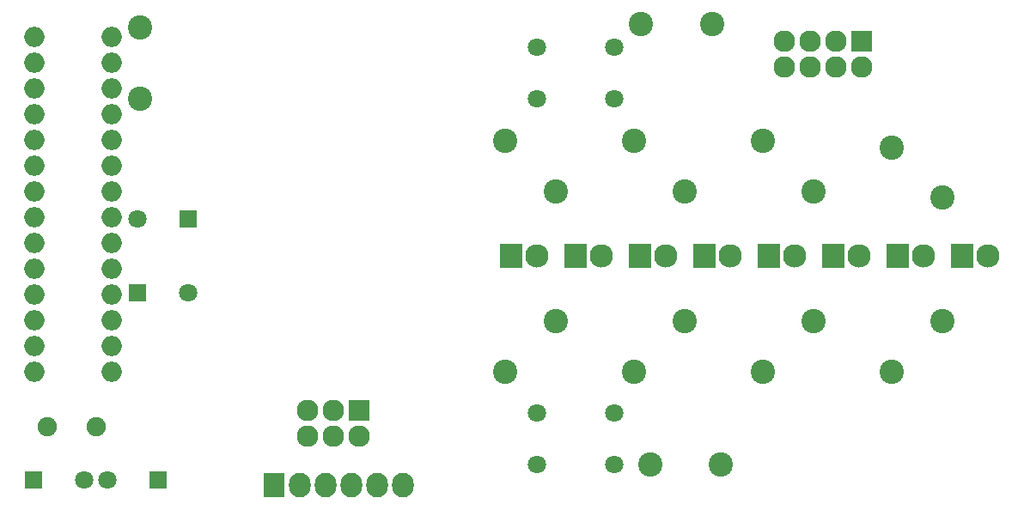
<source format=gbr>
G04 #@! TF.FileFunction,Soldermask,Top*
%FSLAX46Y46*%
G04 Gerber Fmt 4.6, Leading zero omitted, Abs format (unit mm)*
G04 Created by KiCad (PCBNEW (2015-08-30 BZR 6134, Git 4e94d52)-product) date 10/20/2015 9:06:25 PM*
%MOMM*%
G01*
G04 APERTURE LIST*
%ADD10C,0.100000*%
%ADD11O,2.000000X2.000000*%
%ADD12R,2.300000X2.400000*%
%ADD13C,2.300000*%
%ADD14R,2.127200X2.127200*%
%ADD15O,2.127200X2.127200*%
%ADD16R,2.127200X2.432000*%
%ADD17O,2.127200X2.432000*%
%ADD18C,1.797000*%
%ADD19C,1.901140*%
%ADD20R,1.800000X1.800000*%
%ADD21C,1.800000*%
%ADD22C,2.398980*%
G04 APERTURE END LIST*
D10*
D11*
X53340000Y-53340000D03*
X53340000Y-55880000D03*
X53340000Y-58420000D03*
X53340000Y-60960000D03*
X53340000Y-63500000D03*
X53340000Y-66040000D03*
X53340000Y-68580000D03*
X53340000Y-71120000D03*
X53340000Y-73660000D03*
X53340000Y-76200000D03*
X53340000Y-78740000D03*
X53340000Y-81280000D03*
X53340000Y-83820000D03*
X53340000Y-86360000D03*
X60960000Y-86360000D03*
X60960000Y-83820000D03*
X60960000Y-81280000D03*
X60960000Y-78740000D03*
X60960000Y-76200000D03*
X60960000Y-73660000D03*
X60960000Y-71120000D03*
X60960000Y-68580000D03*
X60960000Y-66040000D03*
X60960000Y-63500000D03*
X60960000Y-60960000D03*
X60960000Y-58420000D03*
X60960000Y-55880000D03*
X60960000Y-53340000D03*
D12*
X100330000Y-74930000D03*
D13*
X102870000Y-74930000D03*
D12*
X106680000Y-74930000D03*
D13*
X109220000Y-74930000D03*
D12*
X113030000Y-74930000D03*
D13*
X115570000Y-74930000D03*
D12*
X119380000Y-74930000D03*
D13*
X121920000Y-74930000D03*
D12*
X125730000Y-74930000D03*
D13*
X128270000Y-74930000D03*
D12*
X132080000Y-74930000D03*
D13*
X134620000Y-74930000D03*
D12*
X138430000Y-74930000D03*
D13*
X140970000Y-74930000D03*
D12*
X144780000Y-74930000D03*
D13*
X147320000Y-74930000D03*
D14*
X85344000Y-90170000D03*
D15*
X85344000Y-92710000D03*
X82804000Y-90170000D03*
X82804000Y-92710000D03*
X80264000Y-90170000D03*
X80264000Y-92710000D03*
D16*
X76962000Y-97536000D03*
D17*
X79502000Y-97536000D03*
X82042000Y-97536000D03*
X84582000Y-97536000D03*
X87122000Y-97536000D03*
X89662000Y-97536000D03*
D18*
X110490000Y-54356000D03*
X110490000Y-59436000D03*
X102870000Y-54356000D03*
X102870000Y-59436000D03*
X102870000Y-95504000D03*
X102870000Y-90424000D03*
X110490000Y-95504000D03*
X110490000Y-90424000D03*
D19*
X59440940Y-91750000D03*
X54559060Y-91750000D03*
D20*
X63500000Y-78500000D03*
D21*
X68500000Y-78500000D03*
D20*
X68500000Y-71250000D03*
D21*
X63500000Y-71250000D03*
D20*
X65500000Y-97000000D03*
D21*
X60500000Y-97000000D03*
D20*
X53250000Y-97000000D03*
D21*
X58250000Y-97000000D03*
D22*
X104709874Y-68514874D03*
X99760126Y-63565126D03*
X104709874Y-81345126D03*
X99760126Y-86294874D03*
X117409874Y-68514874D03*
X112460126Y-63565126D03*
X117409874Y-81345126D03*
X112460126Y-86294874D03*
X130109874Y-68514874D03*
X125160126Y-63565126D03*
X130109874Y-81345126D03*
X125160126Y-86294874D03*
X142809874Y-69149874D03*
X137860126Y-64200126D03*
X142809874Y-81345126D03*
X137860126Y-86294874D03*
X63754000Y-59380000D03*
X63754000Y-52380000D03*
X113086000Y-52070000D03*
X120086000Y-52070000D03*
X114000000Y-95500000D03*
X121000000Y-95500000D03*
D14*
X134820000Y-53760000D03*
D15*
X134820000Y-56300000D03*
X132280000Y-53760000D03*
X132280000Y-56300000D03*
X129740000Y-53760000D03*
X129740000Y-56300000D03*
X127200000Y-53760000D03*
X127200000Y-56300000D03*
M02*

</source>
